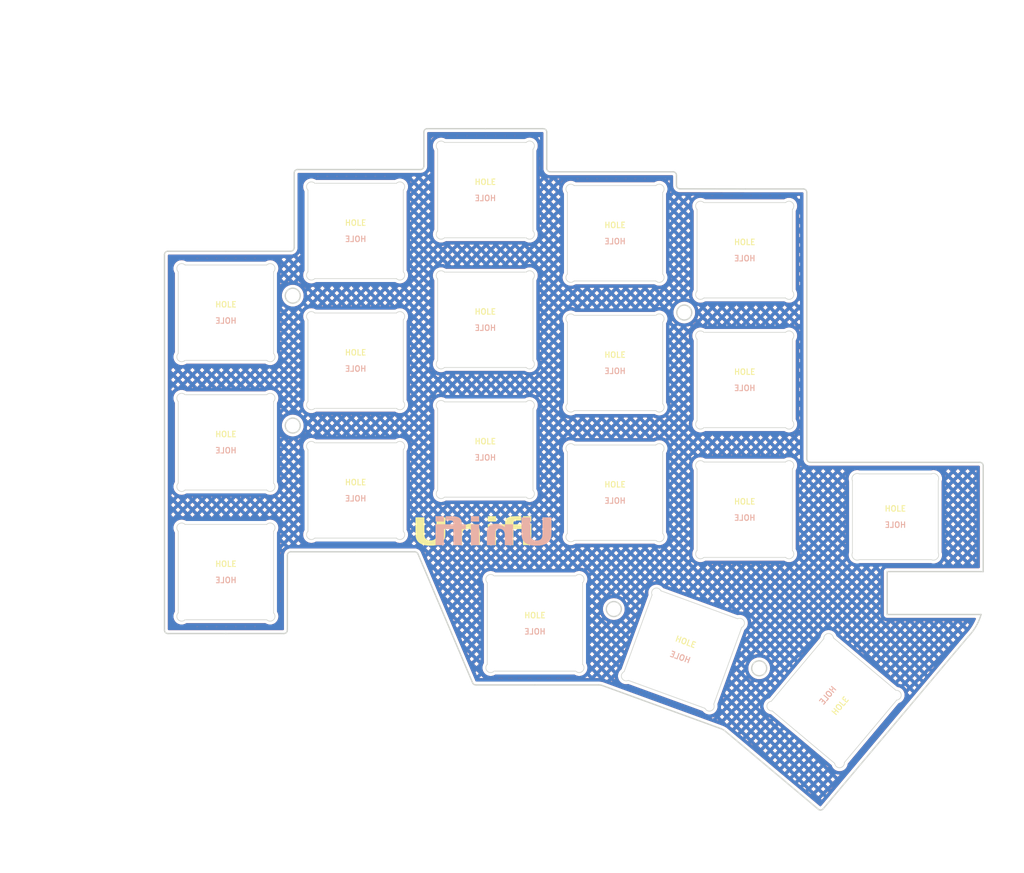
<source format=kicad_pcb>
(kicad_pcb (version 20221018) (generator pcbnew)
  (layers (0 "F.Cu" signal) (31 "B.Cu" signal) (34 "B.Paste" user) (35 "F.Paste" user) (36 "B.SilkS" user "B.Silkscreen") (37 "F.SilkS" user "F.Silkscreen") (38 "B.Mask" user) (39 "F.Mask" user) (44 "Edge.Cuts" user))
  (net 0 "")
  (footprint "reversible-kicad-footprints:MX-1U-PlateCutout" (layer "F.Cu") (at 148.8786 105.46)
    (fp_text reference "REF**")
    (fp_text value "MX-1U-PlateCutout")
    (fp_text user "HOLE" (at 0 1.19063) (layer "B.SilkS") (effects (font (size 0.8128 0.8128) (thickness 0.1524)) (justify mirror)))
    (fp_text user "HOLE" (at 0 -1.19063) (layer "F.SilkS") (effects (font (size 0.8128 0.8128) (thickness 0.1524))))
    (fp_line (start -7 6) (end -7 -6) (stroke (width 0.1)) (layer "Edge.Cuts"))
    (fp_line (start -6 -7) (end 6 -7) (stroke (width 0.1)) (layer "Edge.Cuts"))
    (fp_line (start 6 7) (end -6 7) (stroke (width 0.1)) (layer "Edge.Cuts"))
    (fp_line (start 7 -6) (end 7 6) (stroke (width 0.1)) (layer "Edge.Cuts"))
    (fp_arc (start -7 -6) (mid -7 -7) (end -6 -7) (stroke (width 0.1)) (layer "Edge.Cuts"))
    (fp_arc (start -6 7) (mid -7 7) (end -7 6) (stroke (width 0.1)) (layer "Edge.Cuts"))
    (fp_arc (start 6 -7) (mid 7 -7) (end 7 -6) (stroke (width 0.1)) (layer "Edge.Cuts"))
    (fp_arc (start 7 6) (mid 7 7) (end 6 7) (stroke (width 0.1)) (layer "Edge.Cuts"))
  )
  (footprint "reversible-kicad-footprints:MX-1U-PlateCutout" (layer "F.Cu") (at 110.7786 96.6214)
    (fp_text reference "REF**")
    (fp_text value "MX-1U-PlateCutout")
    (fp_text user "HOLE" (at 0 1.19063) (layer "B.SilkS") (effects (font (size 0.8128 0.8128) (thickness 0.1524)) (justify mirror)))
    (fp_text user "HOLE" (at 0 -1.19063) (layer "F.SilkS") (effects (font (size 0.8128 0.8128) (thickness 0.1524))))
    (fp_line (start -7 6) (end -7 -6) (stroke (width 0.1)) (layer "Edge.Cuts"))
    (fp_line (start -6 -7) (end 6 -7) (stroke (width 0.1)) (layer "Edge.Cuts"))
    (fp_line (start 6 7) (end -6 7) (stroke (width 0.1)) (layer "Edge.Cuts"))
    (fp_line (start 7 -6) (end 7 6) (stroke (width 0.1)) (layer "Edge.Cuts"))
    (fp_arc (start -7 -6) (mid -7 -7) (end -6 -7) (stroke (width 0.1)) (layer "Edge.Cuts"))
    (fp_arc (start -6 7) (mid -7 7) (end -7 6) (stroke (width 0.1)) (layer "Edge.Cuts"))
    (fp_arc (start 6 -7) (mid 7 -7) (end 7 -6) (stroke (width 0.1)) (layer "Edge.Cuts"))
    (fp_arc (start 7 6) (mid 7 7) (end 6 7) (stroke (width 0.1)) (layer "Edge.Cuts"))
  )
  (footprint "reversible-kicad-footprints:MX-1U-PlateCutout" (layer "F.Cu") (at 118.0646 122.1714)
    (fp_text reference "REF**")
    (fp_text value "MX-1U-PlateCutout")
    (fp_text user "HOLE" (at 0 1.19063) (layer "B.SilkS") (effects (font (size 0.8128 0.8128) (thickness 0.1524)) (justify mirror)))
    (fp_text user "HOLE" (at 0 -1.19063) (layer "F.SilkS") (effects (font (size 0.8128 0.8128) (thickness 0.1524))))
    (fp_line (start -7 6) (end -7 -6) (stroke (width 0.1)) (layer "Edge.Cuts"))
    (fp_line (start -6 -7) (end 6 -7) (stroke (width 0.1)) (layer "Edge.Cuts"))
    (fp_line (start 6 7) (end -6 7) (stroke (width 0.1)) (layer "Edge.Cuts"))
    (fp_line (start 7 -6) (end 7 6) (stroke (width 0.1)) (layer "Edge.Cuts"))
    (fp_arc (start -7 -6) (mid -7 -7) (end -6 -7) (stroke (width 0.1)) (layer "Edge.Cuts"))
    (fp_arc (start -6 7) (mid -7 7) (end -7 6) (stroke (width 0.1)) (layer "Edge.Cuts"))
    (fp_arc (start 6 -7) (mid 7 -7) (end 7 -6) (stroke (width 0.1)) (layer "Edge.Cuts"))
    (fp_arc (start 7 6) (mid 7 7) (end 6 7) (stroke (width 0.1)) (layer "Edge.Cuts"))
  )
  (footprint "reversible-kicad-footprints:MX-1U-PlateCutout" (layer "F.Cu") (at 110.7786 58.5214)
    (fp_text reference "REF**")
    (fp_text value "MX-1U-PlateCutout")
    (fp_text user "HOLE" (at 0 1.19063) (layer "B.SilkS") (effects (font (size 0.8128 0.8128) (thickness 0.1524)) (justify mirror)))
    (fp_text user "HOLE" (at 0 -1.19063) (layer "F.SilkS") (effects (font (size 0.8128 0.8128) (thickness 0.1524))))
    (fp_line (start -7 6) (end -7 -6) (stroke (width 0.1)) (layer "Edge.Cuts"))
    (fp_line (start -6 -7) (end 6 -7) (stroke (width 0.1)) (layer "Edge.Cuts"))
    (fp_line (start 6 7) (end -6 7) (stroke (width 0.1)) (layer "Edge.Cuts"))
    (fp_line (start 7 -6) (end 7 6) (stroke (width 0.1)) (layer "Edge.Cuts"))
    (fp_arc (start -7 -6) (mid -7 -7) (end -6 -7) (stroke (width 0.1)) (layer "Edge.Cuts"))
    (fp_arc (start -6 7) (mid -7 7) (end -7 6) (stroke (width 0.1)) (layer "Edge.Cuts"))
    (fp_arc (start 6 -7) (mid 7 -7) (end 7 -6) (stroke (width 0.1)) (layer "Edge.Cuts"))
    (fp_arc (start 7 6) (mid 7 7) (end 6 7) (stroke (width 0.1)) (layer "Edge.Cuts"))
  )
  (footprint "reversible-kicad-footprints:MX-1U-PlateCutout" (layer "F.Cu") (at 148.8786 67.36)
    (fp_text reference "REF**")
    (fp_text value "MX-1U-PlateCutout")
    (fp_text user "HOLE" (at 0 1.19063) (layer "B.SilkS") (effects (font (size 0.8128 0.8128) (thickness 0.1524)) (justify mirror)))
    (fp_text user "HOLE" (at 0 -1.19063) (layer "F.SilkS") (effects (font (size 0.8128 0.8128) (thickness 0.1524))))
    (fp_line (start -7 6) (end -7 -6) (stroke (width 0.1)) (layer "Edge.Cuts"))
    (fp_line (start -6 -7) (end 6 -7) (stroke (width 0.1)) (layer "Edge.Cuts"))
    (fp_line (start 6 7) (end -6 7) (stroke (width 0.1)) (layer "Edge.Cuts"))
    (fp_line (start 7 -6) (end 7 6) (stroke (width 0.1)) (layer "Edge.Cuts"))
    (fp_arc (start -7 -6) (mid -7 -7) (end -6 -7) (stroke (width 0.1)) (layer "Edge.Cuts"))
    (fp_arc (start -6 7) (mid -7 7) (end -7 6) (stroke (width 0.1)) (layer "Edge.Cuts"))
    (fp_arc (start 6 -7) (mid 7 -7) (end 7 -6) (stroke (width 0.1)) (layer "Edge.Cuts"))
    (fp_arc (start 7 6) (mid 7 7) (end 6 7) (stroke (width 0.1)) (layer "Edge.Cuts"))
  )
  (footprint "reversible-kicad-footprints:MX-1U-PlateCutout" (layer "F.Cu") (at 129.8286 64.86)
    (fp_text reference "REF**")
    (fp_text value "MX-1U-PlateCutout")
    (fp_text user "HOLE" (at 0 1.19063) (layer "B.SilkS") (effects (font (size 0.8128 0.8128) (thickness 0.1524)) (justify mirror)))
    (fp_text user "HOLE" (at 0 -1.19063) (layer "F.SilkS") (effects (font (size 0.8128 0.8128) (thickness 0.1524))))
    (fp_line (start -7 6) (end -7 -6) (stroke (width 0.1)) (layer "Edge.Cuts"))
    (fp_line (start -6 -7) (end 6 -7) (stroke (width 0.1)) (layer "Edge.Cuts"))
    (fp_line (start 6 7) (end -6 7) (stroke (width 0.1)) (layer "Edge.Cuts"))
    (fp_line (start 7 -6) (end 7 6) (stroke (width 0.1)) (layer "Edge.Cuts"))
    (fp_arc (start -7 -6) (mid -7 -7) (end -6 -7) (stroke (width 0.1)) (layer "Edge.Cuts"))
    (fp_arc (start -6 7) (mid -7 7) (end -7 6) (stroke (width 0.1)) (layer "Edge.Cuts"))
    (fp_arc (start 6 -7) (mid 7 -7) (end 7 -6) (stroke (width 0.1)) (layer "Edge.Cuts"))
    (fp_arc (start 7 6) (mid 7 7) (end 6 7) (stroke (width 0.1)) (layer "Edge.Cuts"))
  )
  (footprint "reversible-kicad-footprints:MX-1U-PlateCutout" (layer "F.Cu") (at 148.8786 86.41)
    (fp_text reference "REF**")
    (fp_text value "MX-1U-PlateCutout")
    (fp_text user "HOLE" (at 0 1.19063) (layer "B.SilkS") (effects (font (size 0.8128 0.8128) (thickness 0.1524)) (justify mirror)))
    (fp_text user "HOLE" (at 0 -1.19063) (layer "F.SilkS") (effects (font (size 0.8128 0.8128) (thickness 0.1524))))
    (fp_line (start -7 6) (end -7 -6) (stroke (width 0.1)) (layer "Edge.Cuts"))
    (fp_line (start -6 -7) (end 6 -7) (stroke (width 0.1)) (layer "Edge.Cuts"))
    (fp_line (start 6 7) (end -6 7) (stroke (width 0.1)) (layer "Edge.Cuts"))
    (fp_line (start 7 -6) (end 7 6) (stroke (width 0.1)) (layer "Edge.Cuts"))
    (fp_arc (start -7 -6) (mid -7 -7) (end -6 -7) (stroke (width 0.1)) (layer "Edge.Cuts"))
    (fp_arc (start -6 7) (mid -7 7) (end -7 6) (stroke (width 0.1)) (layer "Edge.Cuts"))
    (fp_arc (start 6 -7) (mid 7 -7) (end 7 -6) (stroke (width 0.1)) (layer "Edge.Cuts"))
    (fp_arc (start 7 6) (mid 7 7) (end 6 7) (stroke (width 0.1)) (layer "Edge.Cuts"))
  )
  (footprint "reversible-kicad-footprints:MX-1U-PlateCutout" (layer "F.Cu") (at 162 133.5 -130)
    (fp_text reference "REF**")
    (fp_text value "MX-1U-PlateCutout")
    (fp_text user "HOLE" (at 0 1.19063 50) (layer "B.SilkS") (effects (font (size 0.8128 0.8128) (thickness 0.1524)) (justify mirror)))
    (fp_text user "HOLE" (at 0 -1.19063 50) (layer "F.SilkS") (effects (font (size 0.8128 0.8128) (thickness 0.1524))))
    (fp_line (start -7 6) (end -7 -6) (stroke (width 0.1)) (layer "Edge.Cuts"))
    (fp_line (start -6 -7) (end 6 -7) (stroke (width 0.1)) (layer "Edge.Cuts"))
    (fp_line (start 6 7) (end -6 7) (stroke (width 0.1)) (layer "Edge.Cuts"))
    (fp_line (start 7 -6) (end 7 6) (stroke (width 0.1)) (layer "Edge.Cuts"))
    (fp_arc (start -7 -6) (mid -7 -7) (end -6 -7) (stroke (width 0.1)) (layer "Edge.Cuts"))
    (fp_arc (start -6 7) (mid -7 7) (end -7 6) (stroke (width 0.1)) (layer "Edge.Cuts"))
    (fp_arc (start 6 -7) (mid 7 -7) (end 7 -6) (stroke (width 0.1)) (layer "Edge.Cuts"))
    (fp_arc (start 7 6) (mid 7 7) (end 6 7) (stroke (width 0.1)) (layer "Edge.Cuts"))
  )
  (footprint "reversible-kicad-footprints:MX-1U-PlateCutout" (layer "F.Cu") (at 129.8286 83.91)
    (fp_text reference "REF**")
    (fp_text value "MX-1U-PlateCutout")
    (fp_text user "HOLE" (at 0 1.19063) (layer "B.SilkS") (effects (font (size 0.8128 0.8128) (thickness 0.1524)) (justify mirror)))
    (fp_text user "HOLE" (at 0 -1.19063) (layer "F.SilkS") (effects (font (size 0.8128 0.8128) (thickness 0.1524))))
    (fp_line (start -7 6) (end -7 -6) (stroke (width 0.1)) (layer "Edge.Cuts"))
    (fp_line (start -6 -7) (end 6 -7) (stroke (width 0.1)) (layer "Edge.Cuts"))
    (fp_line (start 6 7) (end -6 7) (stroke (width 0.1)) (layer "Edge.Cuts"))
    (fp_line (start 7 -6) (end 7 6) (stroke (width 0.1)) (layer "Edge.Cuts"))
    (fp_arc (start -7 -6) (mid -7 -7) (end -6 -7) (stroke (width 0.1)) (layer "Edge.Cuts"))
    (fp_arc (start -6 7) (mid -7 7) (end -7 6) (stroke (width 0.1)) (layer "Edge.Cuts"))
    (fp_arc (start 6 -7) (mid 7 -7) (end 7 -6) (stroke (width 0.1)) (layer "Edge.Cuts"))
    (fp_arc (start 7 6) (mid 7 7) (end 6 7) (stroke (width 0.1)) (layer "Edge.Cuts"))
  )
  (footprint "reversible-kicad-footprints:MX-1U-PlateCutout" (layer "F.Cu") (at 72.6786 95.5714)
    (fp_text reference "REF**")
    (fp_text value "MX-1U-PlateCutout")
    (fp_text user "HOLE" (at 0 1.19063) (layer "B.SilkS") (effects (font (size 0.8128 0.8128) (thickness 0.1524)) (justify mirror)))
    (fp_text user "HOLE" (at 0 -1.19063) (layer "F.SilkS") (effects (font (size 0.8128 0.8128) (thickness 0.1524))))
    (fp_line (start -7 6) (end -7 -6) (stroke (width 0.1)) (layer "Edge.Cuts"))
    (fp_line (start -6 -7) (end 6 -7) (stroke (width 0.1)) (layer "Edge.Cuts"))
    (fp_line (start 6 7) (end -6 7) (stroke (width 0.1)) (layer "Edge.Cuts"))
    (fp_line (start 7 -6) (end 7 6) (stroke (width 0.1)) (layer "Edge.Cuts"))
    (fp_arc (start -7 -6) (mid -7 -7) (end -6 -7) (stroke (width 0.1)) (layer "Edge.Cuts"))
    (fp_arc (start -6 7) (mid -7 7) (end -7 6) (stroke (width 0.1)) (layer "Edge.Cuts"))
    (fp_arc (start 6 -7) (mid 7 -7) (end 7 -6) (stroke (width 0.1)) (layer "Edge.Cuts"))
    (fp_arc (start 7 6) (mid 7 7) (end 6 7) (stroke (width 0.1)) (layer "Edge.Cuts"))
  )
  (footprint "reversible-kicad-footprints:MX-1U-PlateCutout" (layer "F.Cu") (at 139.8 126 -20)
    (fp_text reference "REF**")
    (fp_text value "MX-1U-PlateCutout")
    (fp_text user "HOLE" (at 0 1.19063 160) (layer "B.SilkS") (effects (font (size 0.8128 0.8128) (thickness 0.1524)) (justify mirror)))
    (fp_text user "HOLE" (at 0 -1.19063 160) (layer "F.SilkS") (effects (font (size 0.8128 0.8128) (thickness 0.1524))))
    (fp_line (start -7 6) (end -7 -6) (stroke (width 0.1)) (layer "Edge.Cuts"))
    (fp_line (start -6 -7) (end 6 -7) (stroke (width 0.1)) (layer "Edge.Cuts"))
    (fp_line (start 6 7) (end -6 7) (stroke (width 0.1)) (layer "Edge.Cuts"))
    (fp_line (start 7 -6) (end 7 6) (stroke (width 0.1)) (layer "Edge.Cuts"))
    (fp_arc (start -7 -6) (mid -7 -7) (end -6 -7) (stroke (width 0.1)) (layer "Edge.Cuts"))
    (fp_arc (start -6 7) (mid -7 7) (end -7 6) (stroke (width 0.1)) (layer "Edge.Cuts"))
    (fp_arc (start 6 -7) (mid 7 -7) (end 7 -6) (stroke (width 0.1)) (layer "Edge.Cuts"))
    (fp_arc (start 7 6) (mid 7 7) (end 6 7) (stroke (width 0.1)) (layer "Edge.Cuts"))
  )
  (footprint "reversible-kicad-footprints:EC11_Switch_Cutout" (layer "F.Cu") (at 171 106.5)
    (fp_text reference "REF**")
    (fp_text value "EC11_Switch_Cutout")
    (fp_text user "HOLE" (at 0 1.19063) (layer "B.SilkS") (effects (font (size 0.8128 0.8128) (thickness 0.1524)) (justify mirror)))
    (fp_text user "HOLE" (at 0 -1.19063) (layer "F.SilkS") (effects (font (size 0.8128 0.8128) (thickness 0.1524))))
    (fp_line (start -6.3 5.3) (end -6.3 -5.3) (stroke (width 0.1)) (layer "Edge.Cuts"))
    (fp_line (start -5.3 -6.3) (end 5.3 -6.3) (stroke (width 0.1)) (layer "Edge.Cuts"))
    (fp_line (start 5.3 6.3) (end -5.3 6.3) (stroke (width 0.1)) (layer "Edge.Cuts"))
    (fp_line (start 6.3 -5.3) (end 6.3 5.3) (stroke (width 0.1)) (layer "Edge.Cuts"))
    (fp_arc (start -6.3 -5.3) (mid -6.138516 -6.138516) (end -5.3 -6.3) (stroke (width 0.1)) (layer "Edge.Cuts"))
    (fp_arc (start -5.3 6.3) (mid -6.138516 6.138516) (end -6.3 5.3) (stroke (width 0.1)) (layer "Edge.Cuts"))
    (fp_arc (start 5.3 -6.3) (mid 6.138516 -6.138516) (end 6.3 -5.3) (stroke (width 0.1)) (layer "Edge.Cuts"))
    (fp_arc (start 6.3 5.3) (mid 6.138516 6.138516) (end 5.3 6.3) (stroke (width 0.1)) (layer "Edge.Cuts"))
  )
  (footprint "reversible-kicad-footprints:MX-1U-PlateCutout" (layer "F.Cu") (at 91.7286 83.5714)
    (fp_text reference "REF**")
    (fp_text value "MX-1U-PlateCutout")
    (fp_text user "HOLE" (at 0 1.19063) (layer "B.SilkS") (effects (font (size 0.8128 0.8128) (thickness 0.1524)) (justify mirror)))
    (fp_text user "HOLE" (at 0 -1.19063) (layer "F.SilkS") (effects (font (size 0.8128 0.8128) (thickness 0.1524))))
    (fp_line (start -7 6) (end -7 -6) (stroke (width 0.1)) (layer "Edge.Cuts"))
    (fp_line (start -6 -7) (end 6 -7) (stroke (width 0.1)) (layer "Edge.Cuts"))
    (fp_line (start 6 7) (end -6 7) (stroke (width 0.1)) (layer "Edge.Cuts"))
    (fp_line (start 7 -6) (end 7 6) (stroke (width 0.1)) (layer "Edge.Cuts"))
    (fp_arc (start -7 -6) (mid -7 -7) (end -6 -7) (stroke (width 0.1)) (layer "Edge.Cuts"))
    (fp_arc (start -6 7) (mid -7 7) (end -7 6) (stroke (width 0.1)) (layer "Edge.Cuts"))
    (fp_arc (start 6 -7) (mid 7 -7) (end 7 -6) (stroke (width 0.1)) (layer "Edge.Cuts"))
    (fp_arc (start 7 6) (mid 7 7) (end 6 7) (stroke (width 0.1)) (layer "Edge.Cuts"))
  )
  (footprint "reversible-kicad-footprints:MX-1U-PlateCutout" (layer "F.Cu") (at 91.7286 64.5214)
    (fp_text reference "REF**")
    (fp_text value "MX-1U-PlateCutout")
    (fp_text user "HOLE" (at 0 1.19063) (layer "B.SilkS") (effects (font (size 0.8128 0.8128) (thickness 0.1524)) (justify mirror)))
    (fp_text user "HOLE" (at 0 -1.19063) (layer "F.SilkS") (effects (font (size 0.8128 0.8128) (thickness 0.1524))))
    (fp_line (start -7 6) (end -7 -6) (stroke (width 0.1)) (layer "Edge.Cuts"))
    (fp_line (start -6 -7) (end 6 -7) (stroke (width 0.1)) (layer "Edge.Cuts"))
    (fp_line (start 6 7) (end -6 7) (stroke (width 0.1)) (layer "Edge.Cuts"))
    (fp_line (start 7 -6) (end 7 6) (stroke (width 0.1)) (layer "Edge.Cuts"))
    (fp_arc (start -7 -6) (mid -7 -7) (end -6 -7) (stroke (width 0.1)) (layer "Edge.Cuts"))
    (fp_arc (start -6 7) (mid -7 7) (end -7 6) (stroke (width 0.1)) (layer "Edge.Cuts"))
    (fp_arc (start 6 -7) (mid 7 -7) (end 7 -6) (stroke (width 0.1)) (layer "Edge.Cuts"))
    (fp_arc (start 7 6) (mid 7 7) (end 6 7) (stroke (width 0.1)) (layer "Edge.Cuts"))
  )
  (footprint "reversible-kicad-footprints:MX-1U-PlateCutout" (layer "F.Cu") (at 72.6786 76.5214)
    (fp_text reference "REF**")
    (fp_text value "MX-1U-PlateCutout")
    (fp_text user "HOLE" (at 0 1.19063) (layer "B.SilkS") (effects (font (size 0.8128 0.8128) (thickness 0.1524)) (justify mirror)))
    (fp_text user "HOLE" (at 0 -1.19063) (layer "F.SilkS") (effects (font (size 0.8128 0.8128) (thickness 0.1524))))
    (fp_line (start -7 6) (end -7 -6) (stroke (width 0.1)) (layer "Edge.Cuts"))
    (fp_line (start -6 -7) (end 6 -7) (stroke (width 0.1)) (layer "Edge.Cuts"))
    (fp_line (start 6 7) (end -6 7) (stroke (width 0.1)) (layer "Edge.Cuts"))
    (fp_line (start 7 -6) (end 7 6) (stroke (width 0.1)) (layer "Edge.Cuts"))
    (fp_arc (start -7 -6) (mid -7 -7) (end -6 -7) (stroke (width 0.1)) (layer "Edge.Cuts"))
    (fp_arc (start -6 7) (mid -7 7) (end -7 6) (stroke (width 0.1)) (layer "Edge.Cuts"))
    (fp_arc (start 6 -7) (mid 7 -7) (end 7 -6) (stroke (width 0.1)) (layer "Edge.Cuts"))
    (fp_arc (start 7 6) (mid 7 7) (end 6 7) (stroke (width 0.1)) (layer "Edge.Cuts"))
  )
  (footprint "reversible-kicad-footprints:MX-1U-PlateCutout" (layer "F.Cu") (at 72.6786 114.6214)
    (fp_text reference "REF**")
    (fp_text value "MX-1U-PlateCutout")
    (fp_text user "HOLE" (at 0 1.19063) (layer "B.SilkS") (effects (font (size 0.8128 0.8128) (thickness 0.1524)) (justify mirror)))
    (fp_text user "HOLE" (at 0 -1.19063) (layer "F.SilkS") (effects (font (size 0.8128 0.8128) (thickness 0.1524))))
    (fp_line (start -7 6) (end -7 -6) (stroke (width 0.1)) (layer "Edge.Cuts"))
    (fp_line (start -6 -7) (end 6 -7) (stroke (width 0.1)) (layer "Edge.Cuts"))
    (fp_line (start 6 7) (end -6 7) (stroke (width 0.1)) (layer "Edge.Cuts"))
    (fp_line (start 7 -6) (end 7 6) (stroke (width 0.1)) (layer "Edge.Cuts"))
    (fp_arc (start -7 -6) (mid -7 -7) (end -6 -7) (stroke (width 0.1)) (layer "Edge.Cuts"))
    (fp_arc (start -6 7) (mid -7 7) (end -7 6) (stroke (width 0.1)) (layer "Edge.Cuts"))
    (fp_arc (start 6 -7) (mid 7 -7) (end 7 -6) (stroke (width 0.1)) (layer "Edge.Cuts"))
    (fp_arc (start 7 6) (mid 7 7) (end 6 7) (stroke (width 0.1)) (layer "Edge.Cuts"))
  )
  (footprint "reversible-kicad-footprints:MX-1U-PlateCutout" (layer "F.Cu") (at 110.7786 77.5714)
    (fp_text reference "REF**")
    (fp_text value "MX-1U-PlateCutout")
    (fp_text user "HOLE" (at 0 1.19063) (layer "B.SilkS") (effects (font (size 0.8128 0.8128) (thickness 0.1524)) (justify mirror)))
    (fp_text user "HOLE" (at 0 -1.19063) (layer "F.SilkS") (effects (font (size 0.8128 0.8128) (thickness 0.1524))))
    (fp_line (start -7 6) (end -7 -6) (stroke (width 0.1)) (layer "Edge.Cuts"))
    (fp_line (start -6 -7) (end 6 -7) (stroke (width 0.1)) (layer "Edge.Cuts"))
    (fp_line (start 6 7) (end -6 7) (stroke (width 0.1)) (layer "Edge.Cuts"))
    (fp_line (start 7 -6) (end 7 6) (stroke (width 0.1)) (layer "Edge.Cuts"))
    (fp_arc (start -7 -6) (mid -7 -7) (end -6 -7) (stroke (width 0.1)) (layer "Edge.Cuts"))
    (fp_arc (start -6 7) (mid -7 7) (end -7 6) (stroke (width 0.1)) (layer "Edge.Cuts"))
    (fp_arc (start 6 -7) (mid 7 -7) (end 7 -6) (stroke (width 0.1)) (layer "Edge.Cuts"))
    (fp_arc (start 7 6) (mid 7 7) (end 6 7) (stroke (width 0.1)) (layer "Edge.Cuts"))
  )
  (footprint "reversible-kicad-footprints:MX-1U-PlateCutout" (layer "F.Cu") (at 91.7286 102.6314)
    (fp_text reference "REF**")
    (fp_text value "MX-1U-PlateCutout")
    (fp_text user "HOLE" (at 0 1.19063) (layer "B.SilkS") (effects (font (size 0.8128 0.8128) (thickness 0.1524)) (justify mirror)))
    (fp_text user "HOLE" (at 0 -1.19063) (layer "F.SilkS") (effects (font (size 0.8128 0.8128) (thickness 0.1524))))
    (fp_line (start -7 6) (end -7 -6) (stroke (width 0.1)) (layer "Edge.Cuts"))
    (fp_line (start -6 -7) (end 6 -7) (stroke (width 0.1)) (layer "Edge.Cuts"))
    (fp_line (start 6 7) (end -6 7) (stroke (width 0.1)) (layer "Edge.Cuts"))
    (fp_line (start 7 -6) (end 7 6) (stroke (width 0.1)) (layer "Edge.Cuts"))
    (fp_arc (start -7 -6) (mid -7 -7) (end -6 -7) (stroke (width 0.1)) (layer "Edge.Cuts"))
    (fp_arc (start -6 7) (mid -7 7) (end -7 6) (stroke (width 0.1)) (layer "Edge.Cuts"))
    (fp_arc (start 6 -7) (mid 7 -7) (end 7 -6) (stroke (width 0.1)) (layer "Edge.Cuts"))
    (fp_arc (start 7 6) (mid 7 7) (end 6 7) (stroke (width 0.1)) (layer "Edge.Cuts"))
  )
  (footprint "reversible-kicad-footprints:MX-1U-PlateCutout" (layer "F.Cu") (at 129.8286 102.96)
    (fp_text reference "REF**")
    (fp_text value "MX-1U-PlateCutout")
    (fp_text user "HOLE" (at 0 1.19063) (layer "B.SilkS") (effects (font (size 0.8128 0.8128) (thickness 0.1524)) (justify mirror)))
    (fp_text user "HOLE" (at 0 -1.19063) (layer "F.SilkS") (effects (font (size 0.8128 0.8128) (thickness 0.1524))))
    (fp_line (start -7 6) (end -7 -6) (stroke (width 0.1)) (layer "Edge.Cuts"))
    (fp_line (start -6 -7) (end 6 -7) (stroke (width 0.1)) (layer "Edge.Cuts"))
    (fp_line (start 6 7) (end -6 7) (stroke (width 0.1)) (layer "Edge.Cuts"))
    (fp_line (start 7 -6) (end 7 6) (stroke (width 0.1)) (layer "Edge.Cuts"))
    (fp_arc (start -7 -6) (mid -7 -7) (end -6 -7) (stroke (width 0.1)) (layer "Edge.Cuts"))
    (fp_arc (start -6 7) (mid -7 7) (end -7 6) (stroke (width 0.1)) (layer "Edge.Cuts"))
    (fp_arc (start 6 -7) (mid 7 -7) (end 7 -6) (stroke (width 0.1)) (layer "Edge.Cuts"))
    (fp_arc (start 7 6) (mid 7 7) (end 6 7) (stroke (width 0.1)) (layer "Edge.Cuts"))
  )
  (gr_arc (start 138.353553 55.835046) (mid 138.707137 55.981476) (end 138.853553 56.335046) (stroke (width 0.2)) (layer "Edge.Cuts"))
  (gr_line (start 119.803553 55.335046) (end 119.803553 49.996447) (stroke (width 0.2)) (layer "Edge.Cuts"))
  (gr_arc (start 145.439608 137.644995) (mid 145.679067 137.750355) (end 145.902721 137.886077) (stroke (width 0.2)) (layer "Edge.Cuts"))
  (gr_line (start 127.391965 131.196447) (end 118.064444 131.196447) (stroke (width 0.2)) (layer "Edge.Cuts"))
  (gr_arc (start 119.303553 49.496447) (mid 119.65712 49.64288) (end 119.803553 49.996447) (stroke (width 0.2)) (layer "Edge.Cuts"))
  (gr_arc (start 158.5 98.5) (mid 158.146432 98.353568) (end 158 98) (stroke (width 0.2)) (layer "Edge.Cuts"))
  (gr_line (start 83.203553 55.496447) (end 91.728553 55.496447) (stroke (width 0.2)) (layer "Edge.Cuts"))
  (gr_arc (start 120.303552 55.835045) (mid 119.95003 55.688582) (end 119.803553 55.335046) (stroke (width 0.2)) (layer "Edge.Cuts"))
  (gr_arc (start 101.753554 54.996447) (mid 101.607088 55.349954) (end 101.253554 55.496447) (stroke (width 0.2)) (layer "Edge.Cuts"))
  (gr_line (start 108.910225 130.891561) (end 100.882773 111.951332) (stroke (width 0.2)) (layer "Edge.Cuts"))
  (gr_circle (center 82.5 74.025) (end 83.6 74.025) (stroke (width 0.2)) (fill none) (layer "Edge.Cuts"))
  (gr_line (start 91.728553 111.646446) (end 82.203553 111.646446) (stroke (width 0.2)) (layer "Edge.Cuts"))
  (gr_line (start 148.971433 58.35) (end 157.496433 58.35) (stroke (width 0.2)) (layer "Edge.Cuts"))
  (gr_line (start 183.9 105.9) (end 183.9 114.55) (stroke (width 0.2)) (layer "Edge.Cuts"))
  (gr_line (start 129.828553 55.835046) (end 138.353553 55.835046) (stroke (width 0.2)) (layer "Edge.Cuts"))
  (gr_line (start 181.674447 124.137024) (end 181.989419 123.782099) (stroke (width 0.2)) (layer "Edge.Cuts"))
  (gr_line (start 110.778553 49.496447) (end 119.303553 49.496447) (stroke (width 0.2)) (layer "Edge.Cuts"))
  (gr_line (start 139.353553 58.335046) (end 148.971433 58.35) (stroke (width 0.2)) (layer "Edge.Cuts"))
  (gr_arc (start 82.703553 55.996447) (mid 82.84998 55.642847) (end 83.203553 55.496447) (stroke (width 0.2)) (layer "Edge.Cuts"))
  (gr_arc (start 109.370584 131.196447) (mid 109.0945 131.113312) (end 108.910225 130.891561) (stroke (width 0.2)) (layer "Edge.Cuts"))
  (gr_arc (start 127.391965 131.196447) (mid 127.653018 131.213553) (end 127.909603 131.264595) (stroke (width 0.2)) (layer "Edge.Cuts"))
  (gr_line (start 102.253553 49.496447) (end 110.778553 49.496447) (stroke (width 0.2)) (layer "Edge.Cuts"))
  (gr_line (start 82.703553 66.996447) (end 82.703553 55.996447) (stroke (width 0.2)) (layer "Edge.Cuts"))
  (gr_line (start 183.9 105.9) (end 183.9 99) (stroke (width 0.2)) (layer "Edge.Cuts"))
  (gr_circle (center 129.65 120.05) (end 130.75 120.05) (stroke (width 0.2)) (fill none) (layer "Edge.Cuts"))
  (gr_line (start 169.8 120.85) (end 169.8 114.55) (stroke (width 0.2)) (layer "Edge.Cuts"))
  (gr_line (start 72.678553 123.646447) (end 64.153553 123.646447) (stroke (width 0.2)) (layer "Edge.Cuts"))
  (gr_circle (center 82.5 93.1) (end 83.6 93.1) (stroke (width 0.2)) (fill none) (layer "Edge.Cuts"))
  (gr_circle (center 151 128.75) (end 152.1 128.75) (stroke (width 0.2)) (fill none) (layer "Edge.Cuts"))
  (gr_arc (start 183.4 98.5) (mid 183.753567 98.646433) (end 183.9 99) (stroke (width 0.2)) (layer "Edge.Cuts"))
  (gr_line (start 169.8 120.85) (end 183.6 120.85) (stroke (width 0.2)) (layer "Edge.Cuts"))
  (gr_arc (start 82.703552 66.996448) (mid 82.557107 67.350003) (end 82.203553 67.496447) (stroke (width 0.2)) (layer "Edge.Cuts"))
  (gr_arc (start 81.703554 123.146447) (mid 81.557088 123.499954) (end 81.203554 123.646447) (stroke (width 0.2)) (layer "Edge.Cuts"))
  (gr_circle (center 140 76.5036) (end 141.1 76.5036) (stroke (width 0.2)) (fill none) (layer "Edge.Cuts"))
  (gr_line (start 63.653553 123.146447) (end 63.653553 67.996448) (stroke (width 0.2)) (layer "Edge.Cuts"))
  (gr_line (start 183.4 98.5) (end 158.5 98.5) (stroke (width 0.2)) (layer "Edge.Cuts"))
  (gr_arc (start 183.590709 120.847284) (mid 182.949095 122.401661) (end 181.991908 123.784248) (stroke (width 0.2)) (layer "Edge.Cuts"))
  (gr_line (start 64.153553 67.496447) (end 72.678553 67.496447) (stroke (width 0.2)) (layer "Edge.Cuts"))
  (gr_line (start 120.303553 55.835046) (end 129.828553 55.835046) (stroke (width 0.2)) (layer "Edge.Cuts"))
  (gr_line (start 91.728553 55.496447) (end 101.253554 55.496447) (stroke (width 0.2)) (layer "Edge.Cuts"))
  (gr_line (start 183.9 114.55) (end 169.8 114.55) (stroke (width 0.2)) (layer "Edge.Cuts"))
  (gr_line (start 159.685028 149.454925) (end 159.5 149.3) (stroke (width 0.2)) (layer "Edge.Cuts"))
  (gr_arc (start 81.703554 112.146447) (mid 81.849981 111.792847) (end 82.203553 111.646446) (stroke (width 0.2)) (layer "Edge.Cuts"))
  (gr_arc (start 139.353553 58.335046) (mid 139.00003 58.188583) (end 138.853553 57.835046) (stroke (width 0.2)) (layer "Edge.Cuts"))
  (gr_arc (start 100.422413 111.646447) (mid 100.698482 111.729588) (end 100.882773 111.951332) (stroke (width 0.2)) (layer "Edge.Cuts"))
  (gr_line (start 181.674447 124.137024) (end 160.389445 149.393296) (stroke (width 0.2)) (layer "Edge.Cuts"))
  (gr_line (start 81.703554 112.146446) (end 81.703554 123.146447) (stroke (width 0.2)) (layer "Edge.Cuts"))
  (gr_arc (start 157.496433 58.353567) (mid 157.85 58.5) (end 157.996433 58.853567) (stroke (width 0.2)) (layer "Edge.Cuts"))
  (gr_line (start 101.753553 54.996447) (end 101.753553 49.996447) (stroke (width 0.2)) (layer "Edge.Cuts"))
  (gr_line (start 118.064444 131.196447) (end 109.370584 131.196447) (stroke (width 0.2)) (layer "Edge.Cuts"))
  (gr_line (start 81.203554 123.646447) (end 72.678553 123.646447) (stroke (width 0.2)) (layer "Edge.Cuts"))
  (gr_line (start 157.996433 58.853567) (end 158 98) (stroke (width 0.2)) (layer "Edge.Cuts"))
  (gr_arc (start 160.389445 149.393296) (mid 160.05 149.57) (end 159.685028 149.454925) (stroke (width 0.2)) (layer "Edge.Cuts"))
  (gr_line (start 72.678553 67.496447) (end 82.203553 67.496447) (stroke (width 0.2)) (layer "Edge.Cuts"))
  (gr_arc (start 63.653553 67.996447) (mid 63.8 67.642894) (end 64.153553 67.496447) (stroke (width 0.2)) (layer "Edge.Cuts"))
  (gr_line (start 145.439608 137.644995) (end 127.909603 131.264595) (stroke (width 0.2)) (layer "Edge.Cuts"))
  (gr_line (start 159.5 149.3) (end 145.902721 137.886077) (stroke (width 0.2)) (layer "Edge.Cuts"))
  (gr_arc (start 64.153553 123.646447) (mid 63.8 123.5) (end 63.653553 123.146447) (stroke (width 0.2)) (layer "Edge.Cuts"))
  (gr_line (start 138.853553 56.335046) (end 138.853553 57.835046) (stroke (width 0.2)) (layer "Edge.Cuts"))
  (gr_line (start 100.422414 111.646446) (end 91.728553 111.646446) (stroke (width 0.2)) (layer "Edge.Cuts"))
  (gr_arc (start 101.753553 49.996447) (mid 101.89998 49.642847) (end 102.253553 49.496447) (stroke (width 0.2)) (layer "Edge.Cuts"))
  (gr_text "Unifi" (at 112 109) (layer "B.SilkS") (effects (font (size 4 5) (thickness 0.6) bold italic) (justify mirror)))
  (gr_text "Unifi" (at 109 109) (layer "F.SilkS") (effects (font (size 4 5) (thickness 0.6) bold italic)))
  (zone (net 0) (net_name "") (layers "F&B.Cu") (connect_pads (clearance 0.508)) (min_thickness 0.25) (fill yes (mode hatch) (thermal_gap 0.5) (thermal_bridge_width 0.5) (island_removal_mode 1) (island_area_min 10) (hatch_thickness 0.5) (hatch_gap 0.5) (hatch_orientation 45) (hatch_border_algorithm hatch_thickness) (hatch_min_hole_area 0.3))
    (polygon (pts (xy 189.9 30.6) (xy 39.5 30.6) (xy 39.5 158.8) (xy 189.9 158.8)))
  )
)
</source>
